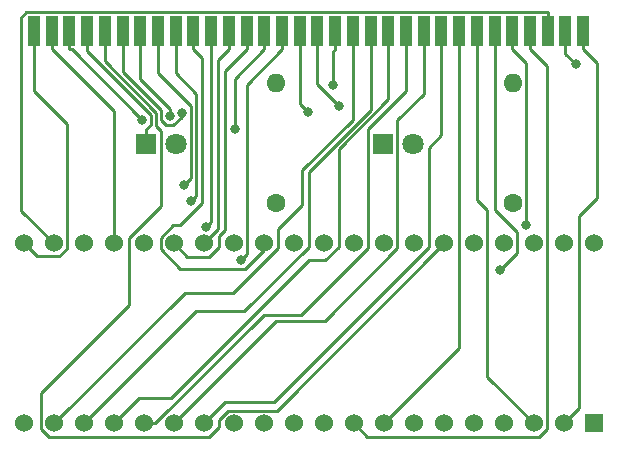
<source format=gbr>
G04 #@! TF.GenerationSoftware,KiCad,Pcbnew,(5.1.2)-2*
G04 #@! TF.CreationDate,2020-01-23T10:25:16+01:00*
G04 #@! TF.ProjectId,JoeyJoebags,4a6f6579-4a6f-4656-9261-67732e6b6963,rev?*
G04 #@! TF.SameCoordinates,Original*
G04 #@! TF.FileFunction,Copper,L1,Top*
G04 #@! TF.FilePolarity,Positive*
%FSLAX46Y46*%
G04 Gerber Fmt 4.6, Leading zero omitted, Abs format (unit mm)*
G04 Created by KiCad (PCBNEW (5.1.2)-2) date 2020-01-23 10:25:16*
%MOMM*%
%LPD*%
G04 APERTURE LIST*
%ADD10R,1.524000X1.524000*%
%ADD11C,1.524000*%
%ADD12R,1.000000X2.500000*%
%ADD13R,1.800000X1.800000*%
%ADD14C,1.800000*%
%ADD15O,1.600000X1.600000*%
%ADD16C,1.600000*%
%ADD17C,0.800000*%
%ADD18C,0.250000*%
G04 APERTURE END LIST*
D10*
X190017000Y-106888000D03*
D11*
X187477000Y-106888000D03*
X184937000Y-106888000D03*
X182397000Y-106888000D03*
X179857000Y-106888000D03*
X177317000Y-106888000D03*
X174777000Y-106888000D03*
X172237000Y-106888000D03*
X169697000Y-106888000D03*
X167157000Y-106888000D03*
X164617000Y-106888000D03*
X162077000Y-106888000D03*
X159537000Y-106888000D03*
X156997000Y-106888000D03*
X154457000Y-106888000D03*
X151917000Y-106888000D03*
X149377000Y-106888000D03*
X146837000Y-106888000D03*
X144297000Y-106888000D03*
X141757000Y-106888000D03*
X141757000Y-91648000D03*
X144297000Y-91648000D03*
X146837000Y-91648000D03*
X149377000Y-91648000D03*
X151917000Y-91648000D03*
X154457000Y-91648000D03*
X156997000Y-91648000D03*
X159537000Y-91648000D03*
X162077000Y-91648000D03*
X164617000Y-91648000D03*
X167157000Y-91648000D03*
X169697000Y-91648000D03*
X172237000Y-91648000D03*
X174777000Y-91648000D03*
X177317000Y-91648000D03*
X179857000Y-91648000D03*
X182397000Y-91648000D03*
X184937000Y-91648000D03*
X187477000Y-91648000D03*
X190017000Y-91648000D03*
D12*
X189128000Y-73637600D03*
X187628000Y-73637600D03*
X186128000Y-73637600D03*
X184628000Y-73637600D03*
X183128000Y-73637600D03*
X181628000Y-73637600D03*
X180128000Y-73637600D03*
X178628000Y-73637600D03*
X177128000Y-73637600D03*
X175628000Y-73637600D03*
X174128000Y-73637600D03*
X172628000Y-73637600D03*
X171128000Y-73637600D03*
X169628000Y-73637600D03*
X168128000Y-73637600D03*
X166628000Y-73637600D03*
X165128000Y-73637600D03*
X162128000Y-73637600D03*
X160628000Y-73637600D03*
X159128000Y-73637600D03*
X157628000Y-73637600D03*
X156128000Y-73637600D03*
X154628000Y-73637600D03*
X153128000Y-73637600D03*
X151628000Y-73637600D03*
X150128000Y-73637600D03*
X148628000Y-73637600D03*
X147128000Y-73637600D03*
X145628000Y-73637600D03*
X144128000Y-73637600D03*
X163628000Y-73637600D03*
X142628000Y-73637600D03*
D13*
X172152000Y-83183700D03*
D14*
X174692000Y-83183700D03*
X154692000Y-83183700D03*
D13*
X152152000Y-83183700D03*
D15*
X183152000Y-78023700D03*
D16*
X183152000Y-88183700D03*
X163152000Y-88183700D03*
D15*
X163152000Y-78023700D03*
D17*
X168457200Y-79999100D03*
X165805800Y-80495200D03*
X160183200Y-93041500D03*
X159629400Y-81919800D03*
X184277300Y-90123100D03*
X182095600Y-93910900D03*
X167933400Y-78253900D03*
X188497100Y-76488400D03*
X157204600Y-90215400D03*
X155945400Y-88083400D03*
X155357400Y-86658600D03*
X154137300Y-80886500D03*
X155137700Y-80618900D03*
X151786000Y-81194500D03*
D18*
X189128000Y-73637600D02*
X189128000Y-75212900D01*
X189128000Y-75212900D02*
X190269000Y-76353900D01*
X190269000Y-76353900D02*
X190269000Y-87783500D01*
X190269000Y-87783500D02*
X188747000Y-89305500D01*
X188747000Y-89305500D02*
X188747000Y-105618000D01*
X188747000Y-105618000D02*
X187477000Y-106888000D01*
X180128000Y-73637600D02*
X180128000Y-87934400D01*
X180128000Y-87934400D02*
X180970300Y-88776700D01*
X180970300Y-88776700D02*
X180970300Y-102921300D01*
X180970300Y-102921300D02*
X184937000Y-106888000D01*
X166628000Y-73637600D02*
X166628000Y-75212900D01*
X168457200Y-79999100D02*
X166628100Y-78170000D01*
X166628100Y-78170000D02*
X166628100Y-75212900D01*
X166628100Y-75212900D02*
X166628000Y-75212900D01*
X165128000Y-73637600D02*
X165128000Y-79817400D01*
X165128000Y-79817400D02*
X165805800Y-80495200D01*
X163628000Y-75212900D02*
X160649400Y-78191500D01*
X160649400Y-78191500D02*
X160649400Y-92575300D01*
X160649400Y-92575300D02*
X160183200Y-93041500D01*
X163628000Y-73637600D02*
X163628000Y-75212900D01*
X159629400Y-81919800D02*
X159629400Y-77711500D01*
X159629400Y-77711500D02*
X162128000Y-75212900D01*
X162128000Y-73637600D02*
X162128000Y-75212900D01*
X178628000Y-73637600D02*
X178628000Y-100497000D01*
X178628000Y-100497000D02*
X172237000Y-106888000D01*
X184628000Y-73637600D02*
X184628000Y-75212900D01*
X184628000Y-75212900D02*
X186024700Y-76609600D01*
X186024700Y-76609600D02*
X186024700Y-107343300D01*
X186024700Y-107343300D02*
X185376200Y-107991800D01*
X185376200Y-107991800D02*
X170800800Y-107991800D01*
X170800800Y-107991800D02*
X169697000Y-106888000D01*
X183128000Y-75212900D02*
X184277300Y-76362200D01*
X184277300Y-76362200D02*
X184277300Y-90123100D01*
X183128000Y-73637600D02*
X183128000Y-75212900D01*
X181628000Y-73637600D02*
X181628000Y-75212900D01*
X181628000Y-75212900D02*
X181628000Y-88797500D01*
X181628000Y-88797500D02*
X183514300Y-90683800D01*
X183514300Y-90683800D02*
X183514300Y-92492200D01*
X183514300Y-92492200D02*
X182095600Y-93910900D01*
X177128000Y-73637600D02*
X177128000Y-82480700D01*
X177128000Y-82480700D02*
X176047000Y-83561700D01*
X176047000Y-83561700D02*
X176047000Y-91921900D01*
X176047000Y-91921900D02*
X162906900Y-105062000D01*
X162906900Y-105062000D02*
X158823000Y-105062000D01*
X158823000Y-105062000D02*
X156997000Y-106888000D01*
X175628000Y-73637600D02*
X175628000Y-78956700D01*
X175628000Y-78956700D02*
X173377700Y-81207000D01*
X173377700Y-81207000D02*
X173377700Y-92062100D01*
X173377700Y-92062100D02*
X167242500Y-98197300D01*
X167242500Y-98197300D02*
X163147700Y-98197300D01*
X163147700Y-98197300D02*
X154457000Y-106888000D01*
X174128000Y-73637600D02*
X174128000Y-78712300D01*
X174128000Y-78712300D02*
X170886500Y-81953800D01*
X170886500Y-81953800D02*
X170886500Y-91998800D01*
X170886500Y-91998800D02*
X165192900Y-97692400D01*
X165192900Y-97692400D02*
X162085500Y-97692400D01*
X162085500Y-97692400D02*
X152889900Y-106888000D01*
X152889900Y-106888000D02*
X151917000Y-106888000D01*
X149377000Y-106888000D02*
X151505400Y-104759600D01*
X151505400Y-104759600D02*
X154256800Y-104759600D01*
X154256800Y-104759600D02*
X165944900Y-93071500D01*
X165944900Y-93071500D02*
X167274800Y-93071500D01*
X167274800Y-93071500D02*
X168427000Y-91919300D01*
X168427000Y-91919300D02*
X168427000Y-83653300D01*
X168427000Y-83653300D02*
X172628000Y-79452300D01*
X172628000Y-79452300D02*
X172628000Y-73637600D01*
X146837000Y-106888000D02*
X156335800Y-97389200D01*
X156335800Y-97389200D02*
X160415000Y-97389200D01*
X160415000Y-97389200D02*
X165887000Y-91917200D01*
X165887000Y-91917200D02*
X165887000Y-85556400D01*
X165887000Y-85556400D02*
X171128000Y-80315400D01*
X171128000Y-80315400D02*
X171128000Y-73637600D01*
X169628000Y-73637600D02*
X169628000Y-81178500D01*
X169628000Y-81178500D02*
X165339100Y-85467400D01*
X165339100Y-85467400D02*
X165339100Y-88349100D01*
X165339100Y-88349100D02*
X163292100Y-90396100D01*
X163292100Y-90396100D02*
X163292100Y-91999000D01*
X163292100Y-91999000D02*
X159491300Y-95799800D01*
X159491300Y-95799800D02*
X155385200Y-95799800D01*
X155385200Y-95799800D02*
X144297000Y-106888000D01*
X167933400Y-78253900D02*
X167933400Y-75407500D01*
X167933400Y-75407500D02*
X168128000Y-75212900D01*
X168128000Y-73637600D02*
X168128000Y-75212900D01*
X141757000Y-91648000D02*
X142853300Y-92744300D01*
X142853300Y-92744300D02*
X144743100Y-92744300D01*
X144743100Y-92744300D02*
X145412500Y-92074900D01*
X145412500Y-92074900D02*
X145412500Y-81500000D01*
X145412500Y-81500000D02*
X142628000Y-78715500D01*
X142628000Y-78715500D02*
X142628000Y-73637600D01*
X186128000Y-73637600D02*
X186128000Y-72062300D01*
X186128000Y-72062300D02*
X141985300Y-72062300D01*
X141985300Y-72062300D02*
X141509300Y-72538300D01*
X141509300Y-72538300D02*
X141509300Y-88860300D01*
X141509300Y-88860300D02*
X144297000Y-91648000D01*
X187628000Y-73637600D02*
X187628000Y-75619300D01*
X187628000Y-75619300D02*
X188497100Y-76488400D01*
X149377000Y-91648000D02*
X149377000Y-80461900D01*
X149377000Y-80461900D02*
X144128000Y-75212900D01*
X144128000Y-73637600D02*
X144128000Y-75212900D01*
X160628000Y-73637600D02*
X160628000Y-75212900D01*
X160628000Y-75212900D02*
X158781700Y-77059200D01*
X158781700Y-77059200D02*
X158781700Y-90500200D01*
X158781700Y-90500200D02*
X158267000Y-91014900D01*
X158267000Y-91014900D02*
X158267000Y-91923200D01*
X158267000Y-91923200D02*
X157438400Y-92751800D01*
X157438400Y-92751800D02*
X155560800Y-92751800D01*
X155560800Y-92751800D02*
X154457000Y-91648000D01*
X159128000Y-75212900D02*
X158208900Y-76132000D01*
X158208900Y-76132000D02*
X158208900Y-90436100D01*
X158208900Y-90436100D02*
X156997000Y-91648000D01*
X159128000Y-73637600D02*
X159128000Y-75212900D01*
X157628000Y-75212900D02*
X157628000Y-89792000D01*
X157628000Y-89792000D02*
X157204600Y-90215400D01*
X157628000Y-73637600D02*
X157628000Y-75212900D01*
X162077000Y-91648000D02*
X162077000Y-92173700D01*
X162077000Y-92173700D02*
X160483300Y-93767400D01*
X160483300Y-93767400D02*
X154991800Y-93767400D01*
X154991800Y-93767400D02*
X153368100Y-92143700D01*
X153368100Y-92143700D02*
X153368100Y-91157200D01*
X153368100Y-91157200D02*
X154415200Y-90110100D01*
X154415200Y-90110100D02*
X154973600Y-90110100D01*
X154973600Y-90110100D02*
X156839900Y-88243800D01*
X156839900Y-88243800D02*
X156839900Y-75924800D01*
X156839900Y-75924800D02*
X156128000Y-75212900D01*
X156128000Y-73637600D02*
X156128000Y-75212900D01*
X154628000Y-73637600D02*
X154628000Y-77221400D01*
X154628000Y-77221400D02*
X156369300Y-78962700D01*
X156369300Y-78962700D02*
X156369300Y-87659500D01*
X156369300Y-87659500D02*
X155945400Y-88083400D01*
X153128000Y-73637600D02*
X153128000Y-77225300D01*
X153128000Y-77225300D02*
X155918900Y-80016200D01*
X155918900Y-80016200D02*
X155918900Y-86097100D01*
X155918900Y-86097100D02*
X155357400Y-86658600D01*
X151628000Y-75212900D02*
X151628000Y-77744800D01*
X151628000Y-77744800D02*
X154137300Y-80254100D01*
X154137300Y-80254100D02*
X154137300Y-80886500D01*
X151628000Y-73637600D02*
X151628000Y-75212900D01*
X155137700Y-80618900D02*
X155137700Y-80911900D01*
X155137700Y-80911900D02*
X154437800Y-81611800D01*
X154437800Y-81611800D02*
X153834700Y-81611800D01*
X153834700Y-81611800D02*
X153411900Y-81189000D01*
X153411900Y-81189000D02*
X153411900Y-80373400D01*
X153411900Y-80373400D02*
X150128000Y-77089500D01*
X150128000Y-77089500D02*
X150128000Y-75212900D01*
X150128000Y-73637600D02*
X150128000Y-75212900D01*
X177317000Y-91648000D02*
X163164400Y-105800600D01*
X163164400Y-105800600D02*
X159062300Y-105800600D01*
X159062300Y-105800600D02*
X158267000Y-106595900D01*
X158267000Y-106595900D02*
X158267000Y-107164200D01*
X158267000Y-107164200D02*
X157413700Y-108017500D01*
X157413700Y-108017500D02*
X143881500Y-108017500D01*
X143881500Y-108017500D02*
X143188300Y-107324300D01*
X143188300Y-107324300D02*
X143188300Y-104316200D01*
X143188300Y-104316200D02*
X150647000Y-96857500D01*
X150647000Y-96857500D02*
X150647000Y-91193800D01*
X150647000Y-91193800D02*
X153377400Y-88463400D01*
X153377400Y-88463400D02*
X153377400Y-82148100D01*
X153377400Y-82148100D02*
X152961600Y-81732300D01*
X152961600Y-81732300D02*
X152961600Y-80560000D01*
X152961600Y-80560000D02*
X148628000Y-76226400D01*
X148628000Y-76226400D02*
X148628000Y-73637600D01*
X145628000Y-75212900D02*
X145804400Y-75212900D01*
X145804400Y-75212900D02*
X151786000Y-81194500D01*
X145628000Y-73637600D02*
X145628000Y-75212900D01*
X152152000Y-81958400D02*
X152511300Y-81599100D01*
X152511300Y-81599100D02*
X152511300Y-80746600D01*
X152511300Y-80746600D02*
X147128000Y-75363300D01*
X147128000Y-75363300D02*
X147128000Y-75212900D01*
X147128000Y-73637600D02*
X147128000Y-75212900D01*
X152152000Y-83183700D02*
X152152000Y-81958400D01*
M02*

</source>
